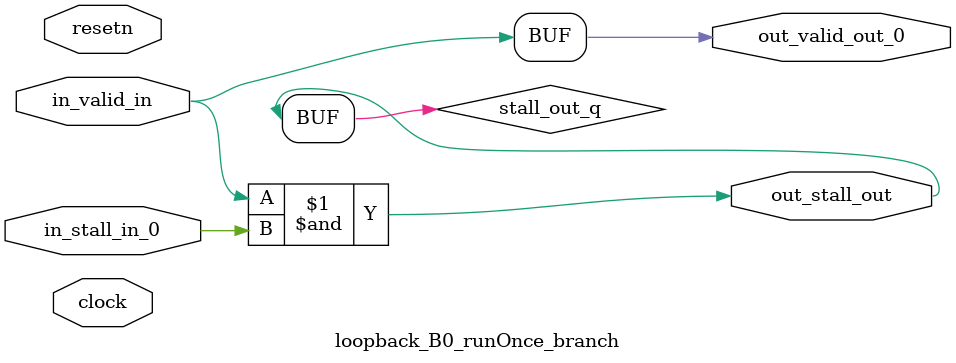
<source format=sv>



(* altera_attribute = "-name AUTO_SHIFT_REGISTER_RECOGNITION OFF; -name MESSAGE_DISABLE 10036; -name MESSAGE_DISABLE 10037; -name MESSAGE_DISABLE 14130; -name MESSAGE_DISABLE 14320; -name MESSAGE_DISABLE 15400; -name MESSAGE_DISABLE 14130; -name MESSAGE_DISABLE 10036; -name MESSAGE_DISABLE 12020; -name MESSAGE_DISABLE 12030; -name MESSAGE_DISABLE 12010; -name MESSAGE_DISABLE 12110; -name MESSAGE_DISABLE 14320; -name MESSAGE_DISABLE 13410; -name MESSAGE_DISABLE 113007; -name MESSAGE_DISABLE 10958" *)
module loopback_B0_runOnce_branch (
    input wire [0:0] in_stall_in_0,
    input wire [0:0] in_valid_in,
    output wire [0:0] out_stall_out,
    output wire [0:0] out_valid_out_0,
    input wire clock,
    input wire resetn
    );

    wire [0:0] stall_out_q;


    // stall_out(LOGICAL,6)
    assign stall_out_q = in_valid_in & in_stall_in_0;

    // out_stall_out(GPOUT,4)
    assign out_stall_out = stall_out_q;

    // out_valid_out_0(GPOUT,5)
    assign out_valid_out_0 = in_valid_in;

endmodule

</source>
